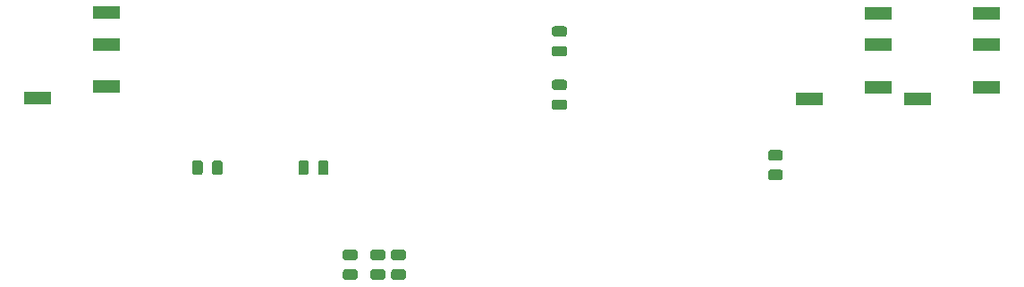
<source format=gbr>
G04 #@! TF.GenerationSoftware,KiCad,Pcbnew,(5.1.5)-3*
G04 #@! TF.CreationDate,2020-01-28T12:29:24+09:00*
G04 #@! TF.ProjectId,SchoolDesk,5363686f-6f6c-4446-9573-6b2e6b696361,rev?*
G04 #@! TF.SameCoordinates,Original*
G04 #@! TF.FileFunction,Paste,Top*
G04 #@! TF.FilePolarity,Positive*
%FSLAX46Y46*%
G04 Gerber Fmt 4.6, Leading zero omitted, Abs format (unit mm)*
G04 Created by KiCad (PCBNEW (5.1.5)-3) date 2020-01-28 12:29:24*
%MOMM*%
%LPD*%
G04 APERTURE LIST*
%ADD10R,2.500000X1.200000*%
%ADD11C,0.100000*%
G04 APERTURE END LIST*
D10*
X120090000Y-154495500D03*
X120090000Y-157495500D03*
X120090000Y-161495500D03*
X113590000Y-162595500D03*
D11*
G36*
X45685142Y-168465174D02*
G01*
X45708803Y-168468684D01*
X45732007Y-168474496D01*
X45754529Y-168482554D01*
X45776153Y-168492782D01*
X45796670Y-168505079D01*
X45815883Y-168519329D01*
X45833607Y-168535393D01*
X45849671Y-168553117D01*
X45863921Y-168572330D01*
X45876218Y-168592847D01*
X45886446Y-168614471D01*
X45894504Y-168636993D01*
X45900316Y-168660197D01*
X45903826Y-168683858D01*
X45905000Y-168707750D01*
X45905000Y-169620250D01*
X45903826Y-169644142D01*
X45900316Y-169667803D01*
X45894504Y-169691007D01*
X45886446Y-169713529D01*
X45876218Y-169735153D01*
X45863921Y-169755670D01*
X45849671Y-169774883D01*
X45833607Y-169792607D01*
X45815883Y-169808671D01*
X45796670Y-169822921D01*
X45776153Y-169835218D01*
X45754529Y-169845446D01*
X45732007Y-169853504D01*
X45708803Y-169859316D01*
X45685142Y-169862826D01*
X45661250Y-169864000D01*
X45173750Y-169864000D01*
X45149858Y-169862826D01*
X45126197Y-169859316D01*
X45102993Y-169853504D01*
X45080471Y-169845446D01*
X45058847Y-169835218D01*
X45038330Y-169822921D01*
X45019117Y-169808671D01*
X45001393Y-169792607D01*
X44985329Y-169774883D01*
X44971079Y-169755670D01*
X44958782Y-169735153D01*
X44948554Y-169713529D01*
X44940496Y-169691007D01*
X44934684Y-169667803D01*
X44931174Y-169644142D01*
X44930000Y-169620250D01*
X44930000Y-168707750D01*
X44931174Y-168683858D01*
X44934684Y-168660197D01*
X44940496Y-168636993D01*
X44948554Y-168614471D01*
X44958782Y-168592847D01*
X44971079Y-168572330D01*
X44985329Y-168553117D01*
X45001393Y-168535393D01*
X45019117Y-168519329D01*
X45038330Y-168505079D01*
X45058847Y-168492782D01*
X45080471Y-168482554D01*
X45102993Y-168474496D01*
X45126197Y-168468684D01*
X45149858Y-168465174D01*
X45173750Y-168464000D01*
X45661250Y-168464000D01*
X45685142Y-168465174D01*
G37*
G36*
X47560142Y-168465174D02*
G01*
X47583803Y-168468684D01*
X47607007Y-168474496D01*
X47629529Y-168482554D01*
X47651153Y-168492782D01*
X47671670Y-168505079D01*
X47690883Y-168519329D01*
X47708607Y-168535393D01*
X47724671Y-168553117D01*
X47738921Y-168572330D01*
X47751218Y-168592847D01*
X47761446Y-168614471D01*
X47769504Y-168636993D01*
X47775316Y-168660197D01*
X47778826Y-168683858D01*
X47780000Y-168707750D01*
X47780000Y-169620250D01*
X47778826Y-169644142D01*
X47775316Y-169667803D01*
X47769504Y-169691007D01*
X47761446Y-169713529D01*
X47751218Y-169735153D01*
X47738921Y-169755670D01*
X47724671Y-169774883D01*
X47708607Y-169792607D01*
X47690883Y-169808671D01*
X47671670Y-169822921D01*
X47651153Y-169835218D01*
X47629529Y-169845446D01*
X47607007Y-169853504D01*
X47583803Y-169859316D01*
X47560142Y-169862826D01*
X47536250Y-169864000D01*
X47048750Y-169864000D01*
X47024858Y-169862826D01*
X47001197Y-169859316D01*
X46977993Y-169853504D01*
X46955471Y-169845446D01*
X46933847Y-169835218D01*
X46913330Y-169822921D01*
X46894117Y-169808671D01*
X46876393Y-169792607D01*
X46860329Y-169774883D01*
X46846079Y-169755670D01*
X46833782Y-169735153D01*
X46823554Y-169713529D01*
X46815496Y-169691007D01*
X46809684Y-169667803D01*
X46806174Y-169644142D01*
X46805000Y-169620250D01*
X46805000Y-168707750D01*
X46806174Y-168683858D01*
X46809684Y-168660197D01*
X46815496Y-168636993D01*
X46823554Y-168614471D01*
X46833782Y-168592847D01*
X46846079Y-168572330D01*
X46860329Y-168553117D01*
X46876393Y-168535393D01*
X46894117Y-168519329D01*
X46913330Y-168505079D01*
X46933847Y-168492782D01*
X46955471Y-168482554D01*
X46977993Y-168474496D01*
X47001197Y-168468684D01*
X47024858Y-168465174D01*
X47048750Y-168464000D01*
X47536250Y-168464000D01*
X47560142Y-168465174D01*
G37*
G36*
X57593142Y-168465174D02*
G01*
X57616803Y-168468684D01*
X57640007Y-168474496D01*
X57662529Y-168482554D01*
X57684153Y-168492782D01*
X57704670Y-168505079D01*
X57723883Y-168519329D01*
X57741607Y-168535393D01*
X57757671Y-168553117D01*
X57771921Y-168572330D01*
X57784218Y-168592847D01*
X57794446Y-168614471D01*
X57802504Y-168636993D01*
X57808316Y-168660197D01*
X57811826Y-168683858D01*
X57813000Y-168707750D01*
X57813000Y-169620250D01*
X57811826Y-169644142D01*
X57808316Y-169667803D01*
X57802504Y-169691007D01*
X57794446Y-169713529D01*
X57784218Y-169735153D01*
X57771921Y-169755670D01*
X57757671Y-169774883D01*
X57741607Y-169792607D01*
X57723883Y-169808671D01*
X57704670Y-169822921D01*
X57684153Y-169835218D01*
X57662529Y-169845446D01*
X57640007Y-169853504D01*
X57616803Y-169859316D01*
X57593142Y-169862826D01*
X57569250Y-169864000D01*
X57081750Y-169864000D01*
X57057858Y-169862826D01*
X57034197Y-169859316D01*
X57010993Y-169853504D01*
X56988471Y-169845446D01*
X56966847Y-169835218D01*
X56946330Y-169822921D01*
X56927117Y-169808671D01*
X56909393Y-169792607D01*
X56893329Y-169774883D01*
X56879079Y-169755670D01*
X56866782Y-169735153D01*
X56856554Y-169713529D01*
X56848496Y-169691007D01*
X56842684Y-169667803D01*
X56839174Y-169644142D01*
X56838000Y-169620250D01*
X56838000Y-168707750D01*
X56839174Y-168683858D01*
X56842684Y-168660197D01*
X56848496Y-168636993D01*
X56856554Y-168614471D01*
X56866782Y-168592847D01*
X56879079Y-168572330D01*
X56893329Y-168553117D01*
X56909393Y-168535393D01*
X56927117Y-168519329D01*
X56946330Y-168505079D01*
X56966847Y-168492782D01*
X56988471Y-168482554D01*
X57010993Y-168474496D01*
X57034197Y-168468684D01*
X57057858Y-168465174D01*
X57081750Y-168464000D01*
X57569250Y-168464000D01*
X57593142Y-168465174D01*
G37*
G36*
X55718142Y-168465174D02*
G01*
X55741803Y-168468684D01*
X55765007Y-168474496D01*
X55787529Y-168482554D01*
X55809153Y-168492782D01*
X55829670Y-168505079D01*
X55848883Y-168519329D01*
X55866607Y-168535393D01*
X55882671Y-168553117D01*
X55896921Y-168572330D01*
X55909218Y-168592847D01*
X55919446Y-168614471D01*
X55927504Y-168636993D01*
X55933316Y-168660197D01*
X55936826Y-168683858D01*
X55938000Y-168707750D01*
X55938000Y-169620250D01*
X55936826Y-169644142D01*
X55933316Y-169667803D01*
X55927504Y-169691007D01*
X55919446Y-169713529D01*
X55909218Y-169735153D01*
X55896921Y-169755670D01*
X55882671Y-169774883D01*
X55866607Y-169792607D01*
X55848883Y-169808671D01*
X55829670Y-169822921D01*
X55809153Y-169835218D01*
X55787529Y-169845446D01*
X55765007Y-169853504D01*
X55741803Y-169859316D01*
X55718142Y-169862826D01*
X55694250Y-169864000D01*
X55206750Y-169864000D01*
X55182858Y-169862826D01*
X55159197Y-169859316D01*
X55135993Y-169853504D01*
X55113471Y-169845446D01*
X55091847Y-169835218D01*
X55071330Y-169822921D01*
X55052117Y-169808671D01*
X55034393Y-169792607D01*
X55018329Y-169774883D01*
X55004079Y-169755670D01*
X54991782Y-169735153D01*
X54981554Y-169713529D01*
X54973496Y-169691007D01*
X54967684Y-169667803D01*
X54964174Y-169644142D01*
X54963000Y-169620250D01*
X54963000Y-168707750D01*
X54964174Y-168683858D01*
X54967684Y-168660197D01*
X54973496Y-168636993D01*
X54981554Y-168614471D01*
X54991782Y-168592847D01*
X55004079Y-168572330D01*
X55018329Y-168553117D01*
X55034393Y-168535393D01*
X55052117Y-168519329D01*
X55071330Y-168505079D01*
X55091847Y-168492782D01*
X55113471Y-168482554D01*
X55135993Y-168474496D01*
X55159197Y-168468684D01*
X55182858Y-168465174D01*
X55206750Y-168464000D01*
X55694250Y-168464000D01*
X55718142Y-168465174D01*
G37*
D10*
X103366500Y-162595500D03*
X109866500Y-161495500D03*
X109866500Y-157495500D03*
X109866500Y-154495500D03*
X36778000Y-154432000D03*
X36778000Y-157432000D03*
X36778000Y-161432000D03*
X30278000Y-162532000D03*
D11*
G36*
X60360642Y-178822674D02*
G01*
X60384303Y-178826184D01*
X60407507Y-178831996D01*
X60430029Y-178840054D01*
X60451653Y-178850282D01*
X60472170Y-178862579D01*
X60491383Y-178876829D01*
X60509107Y-178892893D01*
X60525171Y-178910617D01*
X60539421Y-178929830D01*
X60551718Y-178950347D01*
X60561946Y-178971971D01*
X60570004Y-178994493D01*
X60575816Y-179017697D01*
X60579326Y-179041358D01*
X60580500Y-179065250D01*
X60580500Y-179552750D01*
X60579326Y-179576642D01*
X60575816Y-179600303D01*
X60570004Y-179623507D01*
X60561946Y-179646029D01*
X60551718Y-179667653D01*
X60539421Y-179688170D01*
X60525171Y-179707383D01*
X60509107Y-179725107D01*
X60491383Y-179741171D01*
X60472170Y-179755421D01*
X60451653Y-179767718D01*
X60430029Y-179777946D01*
X60407507Y-179786004D01*
X60384303Y-179791816D01*
X60360642Y-179795326D01*
X60336750Y-179796500D01*
X59424250Y-179796500D01*
X59400358Y-179795326D01*
X59376697Y-179791816D01*
X59353493Y-179786004D01*
X59330971Y-179777946D01*
X59309347Y-179767718D01*
X59288830Y-179755421D01*
X59269617Y-179741171D01*
X59251893Y-179725107D01*
X59235829Y-179707383D01*
X59221579Y-179688170D01*
X59209282Y-179667653D01*
X59199054Y-179646029D01*
X59190996Y-179623507D01*
X59185184Y-179600303D01*
X59181674Y-179576642D01*
X59180500Y-179552750D01*
X59180500Y-179065250D01*
X59181674Y-179041358D01*
X59185184Y-179017697D01*
X59190996Y-178994493D01*
X59199054Y-178971971D01*
X59209282Y-178950347D01*
X59221579Y-178929830D01*
X59235829Y-178910617D01*
X59251893Y-178892893D01*
X59269617Y-178876829D01*
X59288830Y-178862579D01*
X59309347Y-178850282D01*
X59330971Y-178840054D01*
X59353493Y-178831996D01*
X59376697Y-178826184D01*
X59400358Y-178822674D01*
X59424250Y-178821500D01*
X60336750Y-178821500D01*
X60360642Y-178822674D01*
G37*
G36*
X60360642Y-176947674D02*
G01*
X60384303Y-176951184D01*
X60407507Y-176956996D01*
X60430029Y-176965054D01*
X60451653Y-176975282D01*
X60472170Y-176987579D01*
X60491383Y-177001829D01*
X60509107Y-177017893D01*
X60525171Y-177035617D01*
X60539421Y-177054830D01*
X60551718Y-177075347D01*
X60561946Y-177096971D01*
X60570004Y-177119493D01*
X60575816Y-177142697D01*
X60579326Y-177166358D01*
X60580500Y-177190250D01*
X60580500Y-177677750D01*
X60579326Y-177701642D01*
X60575816Y-177725303D01*
X60570004Y-177748507D01*
X60561946Y-177771029D01*
X60551718Y-177792653D01*
X60539421Y-177813170D01*
X60525171Y-177832383D01*
X60509107Y-177850107D01*
X60491383Y-177866171D01*
X60472170Y-177880421D01*
X60451653Y-177892718D01*
X60430029Y-177902946D01*
X60407507Y-177911004D01*
X60384303Y-177916816D01*
X60360642Y-177920326D01*
X60336750Y-177921500D01*
X59424250Y-177921500D01*
X59400358Y-177920326D01*
X59376697Y-177916816D01*
X59353493Y-177911004D01*
X59330971Y-177902946D01*
X59309347Y-177892718D01*
X59288830Y-177880421D01*
X59269617Y-177866171D01*
X59251893Y-177850107D01*
X59235829Y-177832383D01*
X59221579Y-177813170D01*
X59209282Y-177792653D01*
X59199054Y-177771029D01*
X59190996Y-177748507D01*
X59185184Y-177725303D01*
X59181674Y-177701642D01*
X59180500Y-177677750D01*
X59180500Y-177190250D01*
X59181674Y-177166358D01*
X59185184Y-177142697D01*
X59190996Y-177119493D01*
X59199054Y-177096971D01*
X59209282Y-177075347D01*
X59221579Y-177054830D01*
X59235829Y-177035617D01*
X59251893Y-177017893D01*
X59269617Y-177001829D01*
X59288830Y-176987579D01*
X59309347Y-176975282D01*
X59330971Y-176965054D01*
X59353493Y-176956996D01*
X59376697Y-176951184D01*
X59400358Y-176947674D01*
X59424250Y-176946500D01*
X60336750Y-176946500D01*
X60360642Y-176947674D01*
G37*
G36*
X62964142Y-176947674D02*
G01*
X62987803Y-176951184D01*
X63011007Y-176956996D01*
X63033529Y-176965054D01*
X63055153Y-176975282D01*
X63075670Y-176987579D01*
X63094883Y-177001829D01*
X63112607Y-177017893D01*
X63128671Y-177035617D01*
X63142921Y-177054830D01*
X63155218Y-177075347D01*
X63165446Y-177096971D01*
X63173504Y-177119493D01*
X63179316Y-177142697D01*
X63182826Y-177166358D01*
X63184000Y-177190250D01*
X63184000Y-177677750D01*
X63182826Y-177701642D01*
X63179316Y-177725303D01*
X63173504Y-177748507D01*
X63165446Y-177771029D01*
X63155218Y-177792653D01*
X63142921Y-177813170D01*
X63128671Y-177832383D01*
X63112607Y-177850107D01*
X63094883Y-177866171D01*
X63075670Y-177880421D01*
X63055153Y-177892718D01*
X63033529Y-177902946D01*
X63011007Y-177911004D01*
X62987803Y-177916816D01*
X62964142Y-177920326D01*
X62940250Y-177921500D01*
X62027750Y-177921500D01*
X62003858Y-177920326D01*
X61980197Y-177916816D01*
X61956993Y-177911004D01*
X61934471Y-177902946D01*
X61912847Y-177892718D01*
X61892330Y-177880421D01*
X61873117Y-177866171D01*
X61855393Y-177850107D01*
X61839329Y-177832383D01*
X61825079Y-177813170D01*
X61812782Y-177792653D01*
X61802554Y-177771029D01*
X61794496Y-177748507D01*
X61788684Y-177725303D01*
X61785174Y-177701642D01*
X61784000Y-177677750D01*
X61784000Y-177190250D01*
X61785174Y-177166358D01*
X61788684Y-177142697D01*
X61794496Y-177119493D01*
X61802554Y-177096971D01*
X61812782Y-177075347D01*
X61825079Y-177054830D01*
X61839329Y-177035617D01*
X61855393Y-177017893D01*
X61873117Y-177001829D01*
X61892330Y-176987579D01*
X61912847Y-176975282D01*
X61934471Y-176965054D01*
X61956993Y-176956996D01*
X61980197Y-176951184D01*
X62003858Y-176947674D01*
X62027750Y-176946500D01*
X62940250Y-176946500D01*
X62964142Y-176947674D01*
G37*
G36*
X62964142Y-178822674D02*
G01*
X62987803Y-178826184D01*
X63011007Y-178831996D01*
X63033529Y-178840054D01*
X63055153Y-178850282D01*
X63075670Y-178862579D01*
X63094883Y-178876829D01*
X63112607Y-178892893D01*
X63128671Y-178910617D01*
X63142921Y-178929830D01*
X63155218Y-178950347D01*
X63165446Y-178971971D01*
X63173504Y-178994493D01*
X63179316Y-179017697D01*
X63182826Y-179041358D01*
X63184000Y-179065250D01*
X63184000Y-179552750D01*
X63182826Y-179576642D01*
X63179316Y-179600303D01*
X63173504Y-179623507D01*
X63165446Y-179646029D01*
X63155218Y-179667653D01*
X63142921Y-179688170D01*
X63128671Y-179707383D01*
X63112607Y-179725107D01*
X63094883Y-179741171D01*
X63075670Y-179755421D01*
X63055153Y-179767718D01*
X63033529Y-179777946D01*
X63011007Y-179786004D01*
X62987803Y-179791816D01*
X62964142Y-179795326D01*
X62940250Y-179796500D01*
X62027750Y-179796500D01*
X62003858Y-179795326D01*
X61980197Y-179791816D01*
X61956993Y-179786004D01*
X61934471Y-179777946D01*
X61912847Y-179767718D01*
X61892330Y-179755421D01*
X61873117Y-179741171D01*
X61855393Y-179725107D01*
X61839329Y-179707383D01*
X61825079Y-179688170D01*
X61812782Y-179667653D01*
X61802554Y-179646029D01*
X61794496Y-179623507D01*
X61788684Y-179600303D01*
X61785174Y-179576642D01*
X61784000Y-179552750D01*
X61784000Y-179065250D01*
X61785174Y-179041358D01*
X61788684Y-179017697D01*
X61794496Y-178994493D01*
X61802554Y-178971971D01*
X61812782Y-178950347D01*
X61825079Y-178929830D01*
X61839329Y-178910617D01*
X61855393Y-178892893D01*
X61873117Y-178876829D01*
X61892330Y-178862579D01*
X61912847Y-178850282D01*
X61934471Y-178840054D01*
X61956993Y-178831996D01*
X61980197Y-178826184D01*
X62003858Y-178822674D01*
X62027750Y-178821500D01*
X62940250Y-178821500D01*
X62964142Y-178822674D01*
G37*
G36*
X64932642Y-176947674D02*
G01*
X64956303Y-176951184D01*
X64979507Y-176956996D01*
X65002029Y-176965054D01*
X65023653Y-176975282D01*
X65044170Y-176987579D01*
X65063383Y-177001829D01*
X65081107Y-177017893D01*
X65097171Y-177035617D01*
X65111421Y-177054830D01*
X65123718Y-177075347D01*
X65133946Y-177096971D01*
X65142004Y-177119493D01*
X65147816Y-177142697D01*
X65151326Y-177166358D01*
X65152500Y-177190250D01*
X65152500Y-177677750D01*
X65151326Y-177701642D01*
X65147816Y-177725303D01*
X65142004Y-177748507D01*
X65133946Y-177771029D01*
X65123718Y-177792653D01*
X65111421Y-177813170D01*
X65097171Y-177832383D01*
X65081107Y-177850107D01*
X65063383Y-177866171D01*
X65044170Y-177880421D01*
X65023653Y-177892718D01*
X65002029Y-177902946D01*
X64979507Y-177911004D01*
X64956303Y-177916816D01*
X64932642Y-177920326D01*
X64908750Y-177921500D01*
X63996250Y-177921500D01*
X63972358Y-177920326D01*
X63948697Y-177916816D01*
X63925493Y-177911004D01*
X63902971Y-177902946D01*
X63881347Y-177892718D01*
X63860830Y-177880421D01*
X63841617Y-177866171D01*
X63823893Y-177850107D01*
X63807829Y-177832383D01*
X63793579Y-177813170D01*
X63781282Y-177792653D01*
X63771054Y-177771029D01*
X63762996Y-177748507D01*
X63757184Y-177725303D01*
X63753674Y-177701642D01*
X63752500Y-177677750D01*
X63752500Y-177190250D01*
X63753674Y-177166358D01*
X63757184Y-177142697D01*
X63762996Y-177119493D01*
X63771054Y-177096971D01*
X63781282Y-177075347D01*
X63793579Y-177054830D01*
X63807829Y-177035617D01*
X63823893Y-177017893D01*
X63841617Y-177001829D01*
X63860830Y-176987579D01*
X63881347Y-176975282D01*
X63902971Y-176965054D01*
X63925493Y-176956996D01*
X63948697Y-176951184D01*
X63972358Y-176947674D01*
X63996250Y-176946500D01*
X64908750Y-176946500D01*
X64932642Y-176947674D01*
G37*
G36*
X64932642Y-178822674D02*
G01*
X64956303Y-178826184D01*
X64979507Y-178831996D01*
X65002029Y-178840054D01*
X65023653Y-178850282D01*
X65044170Y-178862579D01*
X65063383Y-178876829D01*
X65081107Y-178892893D01*
X65097171Y-178910617D01*
X65111421Y-178929830D01*
X65123718Y-178950347D01*
X65133946Y-178971971D01*
X65142004Y-178994493D01*
X65147816Y-179017697D01*
X65151326Y-179041358D01*
X65152500Y-179065250D01*
X65152500Y-179552750D01*
X65151326Y-179576642D01*
X65147816Y-179600303D01*
X65142004Y-179623507D01*
X65133946Y-179646029D01*
X65123718Y-179667653D01*
X65111421Y-179688170D01*
X65097171Y-179707383D01*
X65081107Y-179725107D01*
X65063383Y-179741171D01*
X65044170Y-179755421D01*
X65023653Y-179767718D01*
X65002029Y-179777946D01*
X64979507Y-179786004D01*
X64956303Y-179791816D01*
X64932642Y-179795326D01*
X64908750Y-179796500D01*
X63996250Y-179796500D01*
X63972358Y-179795326D01*
X63948697Y-179791816D01*
X63925493Y-179786004D01*
X63902971Y-179777946D01*
X63881347Y-179767718D01*
X63860830Y-179755421D01*
X63841617Y-179741171D01*
X63823893Y-179725107D01*
X63807829Y-179707383D01*
X63793579Y-179688170D01*
X63781282Y-179667653D01*
X63771054Y-179646029D01*
X63762996Y-179623507D01*
X63757184Y-179600303D01*
X63753674Y-179576642D01*
X63752500Y-179552750D01*
X63752500Y-179065250D01*
X63753674Y-179041358D01*
X63757184Y-179017697D01*
X63762996Y-178994493D01*
X63771054Y-178971971D01*
X63781282Y-178950347D01*
X63793579Y-178929830D01*
X63807829Y-178910617D01*
X63823893Y-178892893D01*
X63841617Y-178876829D01*
X63860830Y-178862579D01*
X63881347Y-178850282D01*
X63902971Y-178840054D01*
X63925493Y-178831996D01*
X63948697Y-178826184D01*
X63972358Y-178822674D01*
X63996250Y-178821500D01*
X64908750Y-178821500D01*
X64932642Y-178822674D01*
G37*
G36*
X80159942Y-160805974D02*
G01*
X80183603Y-160809484D01*
X80206807Y-160815296D01*
X80229329Y-160823354D01*
X80250953Y-160833582D01*
X80271470Y-160845879D01*
X80290683Y-160860129D01*
X80308407Y-160876193D01*
X80324471Y-160893917D01*
X80338721Y-160913130D01*
X80351018Y-160933647D01*
X80361246Y-160955271D01*
X80369304Y-160977793D01*
X80375116Y-161000997D01*
X80378626Y-161024658D01*
X80379800Y-161048550D01*
X80379800Y-161536050D01*
X80378626Y-161559942D01*
X80375116Y-161583603D01*
X80369304Y-161606807D01*
X80361246Y-161629329D01*
X80351018Y-161650953D01*
X80338721Y-161671470D01*
X80324471Y-161690683D01*
X80308407Y-161708407D01*
X80290683Y-161724471D01*
X80271470Y-161738721D01*
X80250953Y-161751018D01*
X80229329Y-161761246D01*
X80206807Y-161769304D01*
X80183603Y-161775116D01*
X80159942Y-161778626D01*
X80136050Y-161779800D01*
X79223550Y-161779800D01*
X79199658Y-161778626D01*
X79175997Y-161775116D01*
X79152793Y-161769304D01*
X79130271Y-161761246D01*
X79108647Y-161751018D01*
X79088130Y-161738721D01*
X79068917Y-161724471D01*
X79051193Y-161708407D01*
X79035129Y-161690683D01*
X79020879Y-161671470D01*
X79008582Y-161650953D01*
X78998354Y-161629329D01*
X78990296Y-161606807D01*
X78984484Y-161583603D01*
X78980974Y-161559942D01*
X78979800Y-161536050D01*
X78979800Y-161048550D01*
X78980974Y-161024658D01*
X78984484Y-161000997D01*
X78990296Y-160977793D01*
X78998354Y-160955271D01*
X79008582Y-160933647D01*
X79020879Y-160913130D01*
X79035129Y-160893917D01*
X79051193Y-160876193D01*
X79068917Y-160860129D01*
X79088130Y-160845879D01*
X79108647Y-160833582D01*
X79130271Y-160823354D01*
X79152793Y-160815296D01*
X79175997Y-160809484D01*
X79199658Y-160805974D01*
X79223550Y-160804800D01*
X80136050Y-160804800D01*
X80159942Y-160805974D01*
G37*
G36*
X80159942Y-162680974D02*
G01*
X80183603Y-162684484D01*
X80206807Y-162690296D01*
X80229329Y-162698354D01*
X80250953Y-162708582D01*
X80271470Y-162720879D01*
X80290683Y-162735129D01*
X80308407Y-162751193D01*
X80324471Y-162768917D01*
X80338721Y-162788130D01*
X80351018Y-162808647D01*
X80361246Y-162830271D01*
X80369304Y-162852793D01*
X80375116Y-162875997D01*
X80378626Y-162899658D01*
X80379800Y-162923550D01*
X80379800Y-163411050D01*
X80378626Y-163434942D01*
X80375116Y-163458603D01*
X80369304Y-163481807D01*
X80361246Y-163504329D01*
X80351018Y-163525953D01*
X80338721Y-163546470D01*
X80324471Y-163565683D01*
X80308407Y-163583407D01*
X80290683Y-163599471D01*
X80271470Y-163613721D01*
X80250953Y-163626018D01*
X80229329Y-163636246D01*
X80206807Y-163644304D01*
X80183603Y-163650116D01*
X80159942Y-163653626D01*
X80136050Y-163654800D01*
X79223550Y-163654800D01*
X79199658Y-163653626D01*
X79175997Y-163650116D01*
X79152793Y-163644304D01*
X79130271Y-163636246D01*
X79108647Y-163626018D01*
X79088130Y-163613721D01*
X79068917Y-163599471D01*
X79051193Y-163583407D01*
X79035129Y-163565683D01*
X79020879Y-163546470D01*
X79008582Y-163525953D01*
X78998354Y-163504329D01*
X78990296Y-163481807D01*
X78984484Y-163458603D01*
X78980974Y-163434942D01*
X78979800Y-163411050D01*
X78979800Y-162923550D01*
X78980974Y-162899658D01*
X78984484Y-162875997D01*
X78990296Y-162852793D01*
X78998354Y-162830271D01*
X79008582Y-162808647D01*
X79020879Y-162788130D01*
X79035129Y-162768917D01*
X79051193Y-162751193D01*
X79068917Y-162735129D01*
X79088130Y-162720879D01*
X79108647Y-162708582D01*
X79130271Y-162698354D01*
X79152793Y-162690296D01*
X79175997Y-162684484D01*
X79199658Y-162680974D01*
X79223550Y-162679800D01*
X80136050Y-162679800D01*
X80159942Y-162680974D01*
G37*
G36*
X100619642Y-169361174D02*
G01*
X100643303Y-169364684D01*
X100666507Y-169370496D01*
X100689029Y-169378554D01*
X100710653Y-169388782D01*
X100731170Y-169401079D01*
X100750383Y-169415329D01*
X100768107Y-169431393D01*
X100784171Y-169449117D01*
X100798421Y-169468330D01*
X100810718Y-169488847D01*
X100820946Y-169510471D01*
X100829004Y-169532993D01*
X100834816Y-169556197D01*
X100838326Y-169579858D01*
X100839500Y-169603750D01*
X100839500Y-170091250D01*
X100838326Y-170115142D01*
X100834816Y-170138803D01*
X100829004Y-170162007D01*
X100820946Y-170184529D01*
X100810718Y-170206153D01*
X100798421Y-170226670D01*
X100784171Y-170245883D01*
X100768107Y-170263607D01*
X100750383Y-170279671D01*
X100731170Y-170293921D01*
X100710653Y-170306218D01*
X100689029Y-170316446D01*
X100666507Y-170324504D01*
X100643303Y-170330316D01*
X100619642Y-170333826D01*
X100595750Y-170335000D01*
X99683250Y-170335000D01*
X99659358Y-170333826D01*
X99635697Y-170330316D01*
X99612493Y-170324504D01*
X99589971Y-170316446D01*
X99568347Y-170306218D01*
X99547830Y-170293921D01*
X99528617Y-170279671D01*
X99510893Y-170263607D01*
X99494829Y-170245883D01*
X99480579Y-170226670D01*
X99468282Y-170206153D01*
X99458054Y-170184529D01*
X99449996Y-170162007D01*
X99444184Y-170138803D01*
X99440674Y-170115142D01*
X99439500Y-170091250D01*
X99439500Y-169603750D01*
X99440674Y-169579858D01*
X99444184Y-169556197D01*
X99449996Y-169532993D01*
X99458054Y-169510471D01*
X99468282Y-169488847D01*
X99480579Y-169468330D01*
X99494829Y-169449117D01*
X99510893Y-169431393D01*
X99528617Y-169415329D01*
X99547830Y-169401079D01*
X99568347Y-169388782D01*
X99589971Y-169378554D01*
X99612493Y-169370496D01*
X99635697Y-169364684D01*
X99659358Y-169361174D01*
X99683250Y-169360000D01*
X100595750Y-169360000D01*
X100619642Y-169361174D01*
G37*
G36*
X100619642Y-167486174D02*
G01*
X100643303Y-167489684D01*
X100666507Y-167495496D01*
X100689029Y-167503554D01*
X100710653Y-167513782D01*
X100731170Y-167526079D01*
X100750383Y-167540329D01*
X100768107Y-167556393D01*
X100784171Y-167574117D01*
X100798421Y-167593330D01*
X100810718Y-167613847D01*
X100820946Y-167635471D01*
X100829004Y-167657993D01*
X100834816Y-167681197D01*
X100838326Y-167704858D01*
X100839500Y-167728750D01*
X100839500Y-168216250D01*
X100838326Y-168240142D01*
X100834816Y-168263803D01*
X100829004Y-168287007D01*
X100820946Y-168309529D01*
X100810718Y-168331153D01*
X100798421Y-168351670D01*
X100784171Y-168370883D01*
X100768107Y-168388607D01*
X100750383Y-168404671D01*
X100731170Y-168418921D01*
X100710653Y-168431218D01*
X100689029Y-168441446D01*
X100666507Y-168449504D01*
X100643303Y-168455316D01*
X100619642Y-168458826D01*
X100595750Y-168460000D01*
X99683250Y-168460000D01*
X99659358Y-168458826D01*
X99635697Y-168455316D01*
X99612493Y-168449504D01*
X99589971Y-168441446D01*
X99568347Y-168431218D01*
X99547830Y-168418921D01*
X99528617Y-168404671D01*
X99510893Y-168388607D01*
X99494829Y-168370883D01*
X99480579Y-168351670D01*
X99468282Y-168331153D01*
X99458054Y-168309529D01*
X99449996Y-168287007D01*
X99444184Y-168263803D01*
X99440674Y-168240142D01*
X99439500Y-168216250D01*
X99439500Y-167728750D01*
X99440674Y-167704858D01*
X99444184Y-167681197D01*
X99449996Y-167657993D01*
X99458054Y-167635471D01*
X99468282Y-167613847D01*
X99480579Y-167593330D01*
X99494829Y-167574117D01*
X99510893Y-167556393D01*
X99528617Y-167540329D01*
X99547830Y-167526079D01*
X99568347Y-167513782D01*
X99589971Y-167503554D01*
X99612493Y-167495496D01*
X99635697Y-167489684D01*
X99659358Y-167486174D01*
X99683250Y-167485000D01*
X100595750Y-167485000D01*
X100619642Y-167486174D01*
G37*
G36*
X80159942Y-155725974D02*
G01*
X80183603Y-155729484D01*
X80206807Y-155735296D01*
X80229329Y-155743354D01*
X80250953Y-155753582D01*
X80271470Y-155765879D01*
X80290683Y-155780129D01*
X80308407Y-155796193D01*
X80324471Y-155813917D01*
X80338721Y-155833130D01*
X80351018Y-155853647D01*
X80361246Y-155875271D01*
X80369304Y-155897793D01*
X80375116Y-155920997D01*
X80378626Y-155944658D01*
X80379800Y-155968550D01*
X80379800Y-156456050D01*
X80378626Y-156479942D01*
X80375116Y-156503603D01*
X80369304Y-156526807D01*
X80361246Y-156549329D01*
X80351018Y-156570953D01*
X80338721Y-156591470D01*
X80324471Y-156610683D01*
X80308407Y-156628407D01*
X80290683Y-156644471D01*
X80271470Y-156658721D01*
X80250953Y-156671018D01*
X80229329Y-156681246D01*
X80206807Y-156689304D01*
X80183603Y-156695116D01*
X80159942Y-156698626D01*
X80136050Y-156699800D01*
X79223550Y-156699800D01*
X79199658Y-156698626D01*
X79175997Y-156695116D01*
X79152793Y-156689304D01*
X79130271Y-156681246D01*
X79108647Y-156671018D01*
X79088130Y-156658721D01*
X79068917Y-156644471D01*
X79051193Y-156628407D01*
X79035129Y-156610683D01*
X79020879Y-156591470D01*
X79008582Y-156570953D01*
X78998354Y-156549329D01*
X78990296Y-156526807D01*
X78984484Y-156503603D01*
X78980974Y-156479942D01*
X78979800Y-156456050D01*
X78979800Y-155968550D01*
X78980974Y-155944658D01*
X78984484Y-155920997D01*
X78990296Y-155897793D01*
X78998354Y-155875271D01*
X79008582Y-155853647D01*
X79020879Y-155833130D01*
X79035129Y-155813917D01*
X79051193Y-155796193D01*
X79068917Y-155780129D01*
X79088130Y-155765879D01*
X79108647Y-155753582D01*
X79130271Y-155743354D01*
X79152793Y-155735296D01*
X79175997Y-155729484D01*
X79199658Y-155725974D01*
X79223550Y-155724800D01*
X80136050Y-155724800D01*
X80159942Y-155725974D01*
G37*
G36*
X80159942Y-157600974D02*
G01*
X80183603Y-157604484D01*
X80206807Y-157610296D01*
X80229329Y-157618354D01*
X80250953Y-157628582D01*
X80271470Y-157640879D01*
X80290683Y-157655129D01*
X80308407Y-157671193D01*
X80324471Y-157688917D01*
X80338721Y-157708130D01*
X80351018Y-157728647D01*
X80361246Y-157750271D01*
X80369304Y-157772793D01*
X80375116Y-157795997D01*
X80378626Y-157819658D01*
X80379800Y-157843550D01*
X80379800Y-158331050D01*
X80378626Y-158354942D01*
X80375116Y-158378603D01*
X80369304Y-158401807D01*
X80361246Y-158424329D01*
X80351018Y-158445953D01*
X80338721Y-158466470D01*
X80324471Y-158485683D01*
X80308407Y-158503407D01*
X80290683Y-158519471D01*
X80271470Y-158533721D01*
X80250953Y-158546018D01*
X80229329Y-158556246D01*
X80206807Y-158564304D01*
X80183603Y-158570116D01*
X80159942Y-158573626D01*
X80136050Y-158574800D01*
X79223550Y-158574800D01*
X79199658Y-158573626D01*
X79175997Y-158570116D01*
X79152793Y-158564304D01*
X79130271Y-158556246D01*
X79108647Y-158546018D01*
X79088130Y-158533721D01*
X79068917Y-158519471D01*
X79051193Y-158503407D01*
X79035129Y-158485683D01*
X79020879Y-158466470D01*
X79008582Y-158445953D01*
X78998354Y-158424329D01*
X78990296Y-158401807D01*
X78984484Y-158378603D01*
X78980974Y-158354942D01*
X78979800Y-158331050D01*
X78979800Y-157843550D01*
X78980974Y-157819658D01*
X78984484Y-157795997D01*
X78990296Y-157772793D01*
X78998354Y-157750271D01*
X79008582Y-157728647D01*
X79020879Y-157708130D01*
X79035129Y-157688917D01*
X79051193Y-157671193D01*
X79068917Y-157655129D01*
X79088130Y-157640879D01*
X79108647Y-157628582D01*
X79130271Y-157618354D01*
X79152793Y-157610296D01*
X79175997Y-157604484D01*
X79199658Y-157600974D01*
X79223550Y-157599800D01*
X80136050Y-157599800D01*
X80159942Y-157600974D01*
G37*
M02*

</source>
